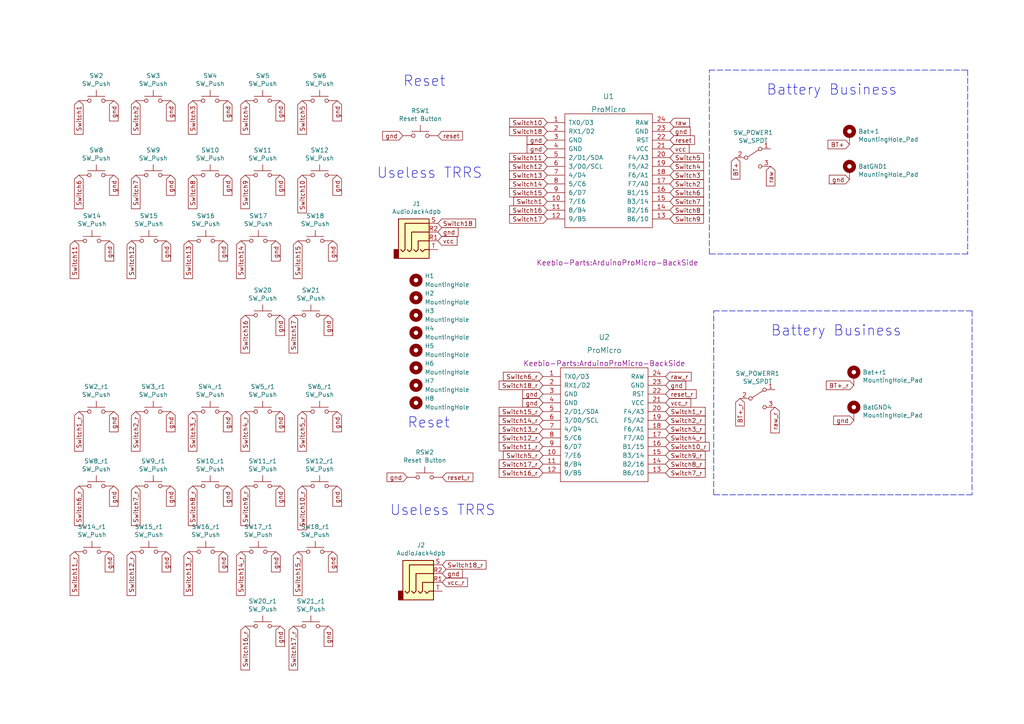
<source format=kicad_sch>
(kicad_sch (version 20211123) (generator eeschema)
  (paper "A4")
  (title_block (title "Sweep V2") (date "2021-03-10") (rev "0.1") (company "broomlabs"))
  (lib_symbols
    (symbol "Connector:AudioJack4"
      (property "Reference" "J" (at 0 8.89 0))
      (property "Value" "AudioJack4" (at 0 6.35 0))
      (symbol "AudioJack4_0_1"
        (rectangle (start -6.35 -5.08) (end -7.62 -7.62) (stroke (width 0.254)) (fill (type outline)))
        (polyline (pts (xy 0 -5.08) (xy 0.635 -5.715) (xy 1.27 -5.08) (xy 2.54 -5.08)) (stroke (width 0.254)))
        (polyline (pts (xy -5.715 -5.08) (xy -5.08 -5.715) (xy -4.445 -5.08) (xy -4.445 2.54) (xy 2.54 2.54)) (stroke (width 0.254)))
        (polyline (pts (xy -1.905 -5.08) (xy -1.27 -5.715) (xy -0.635 -5.08) (xy -0.635 -2.54) (xy 2.54 -2.54)) (stroke (width 0.254)))
        (polyline (pts (xy 2.54 0) (xy -2.54 0) (xy -2.54 -5.08) (xy -3.175 -5.715) (xy -3.81 -5.08)) (stroke (width 0.254)))
        (rectangle (start 2.54 3.81) (end -6.35 -7.62) (stroke (width 0.254)) (fill (type background)))
      )
      (symbol "AudioJack4_1_1"
        (pin passive line (at 5.08 -2.54 180) (length 2.54) (name "~") (number "R1"))
        (pin passive line (at 5.08 0 180) (length 2.54) (name "~") (number "R2"))
        (pin passive line (at 5.08 2.54 180) (length 2.54) (name "~") (number "S"))
        (pin passive line (at 5.08 -5.08 180) (length 2.54) (name "~") (number "T"))
      )
    )
    (symbol "Mechanical:MountingHole" (pin_names (offset 1.016))
      (property "Reference" "H" (at 0 5.08 0))
      (property "Value" "MountingHole" (at 0 3.175 0))
      (symbol "MountingHole_0_1"
        (circle (center 0 0) (radius 1.27) (stroke (width 1.27)))
      )
    )
    (symbol "Mechanical:MountingHole_Pad" (pin_numbers hide) (pin_names (offset 1.016) hide)
      (property "Reference" "H" (at 0 6.35 0))
      (property "Value" "MountingHole_Pad" (at 0 4.445 0))
      (symbol "MountingHole_Pad_0_1"
        (circle (center 0 1.27) (radius 1.27) (stroke (width 1.27)))
      )
      (symbol "MountingHole_Pad_1_1"
        (pin input line (at 0 -2.54 90) (length 2.54) (name "1") (number "1"))
      )
    )
    (symbol "Switch:SW_Push" (pin_numbers hide) (pin_names (offset 1.016) hide)
      (property "Reference" "SW" (at 1.27 2.54 0))
      (property "Value" "SW_Push" (at 0 -1.524 0))
      (symbol "SW_Push_0_1"
        (circle (center -2.032 0) (radius 0.508))
        (polyline (pts (xy 0 1.27) (xy 0 3.048)))
        (polyline (pts (xy 2.54 1.27) (xy -2.54 1.27)))
        (circle (center 2.032 0) (radius 0.508))
        (pin passive line (at -5.08 0 0) (length 2.54) (name "1") (number "1"))
        (pin passive line (at 5.08 0 180) (length 2.54) (name "2") (number "2"))
      )
    )
    (symbol "Switch:SW_SPDT" (pin_names (offset 0) hide)
      (property "Reference" "SW" (at 0 4.318 0))
      (property "Value" "SW_SPDT" (at 0 -5.08 0))
      (symbol "SW_SPDT_0_0"
        (circle (center -2.032 0) (radius 0.508))
        (circle (center 2.032 -2.54) (radius 0.508))
      )
      (symbol "SW_SPDT_0_1"
        (polyline (pts (xy -1.524 0.254) (xy 1.651 2.286)))
        (circle (center 2.032 2.54) (radius 0.508))
      )
      (symbol "SW_SPDT_1_1"
        (pin passive line (at 5.08 2.54 180) (length 2.54) (name "A") (number "1"))
        (pin passive line (at -5.08 0 0) (length 2.54) (name "B") (number "2"))
        (pin passive line (at 5.08 -2.54 180) (length 2.54) (name "C") (number "3"))
      )
    )
    (symbol "kbd:ProMicro" (pin_names (offset 1.016))
      (property "Reference" "U" (at 0 19.05 0))
      (property "Value" "ProMicro" (at 0 -19.05 0))
      (symbol "ProMicro_0_1"
        (rectangle (start -12.7 16.51) (end 12.7 -16.51))
      )
      (symbol "ProMicro_1_1"
        (pin bidirectional line (at -17.78 13.97 0) (length 5.08) (name "TX0/D3") (number "1"))
        (pin bidirectional line (at -17.78 -8.89 0) (length 5.08) (name "7/E6") (number "10"))
        (pin bidirectional line (at -17.78 -11.43 0) (length 5.08) (name "8/B4") (number "11"))
        (pin bidirectional line (at -17.78 -13.97 0) (length 5.08) (name "9/B5") (number "12"))
        (pin bidirectional line (at 17.78 -13.97 180) (length 5.08) (name "B6/10") (number "13"))
        (pin bidirectional line (at 17.78 -11.43 180) (length 5.08) (name "B2/16") (number "14"))
        (pin bidirectional line (at 17.78 -8.89 180) (length 5.08) (name "B3/14") (number "15"))
        (pin bidirectional line (at 17.78 -6.35 180) (length 5.08) (name "B1/15") (number "16"))
        (pin bidirectional line (at 17.78 -3.81 180) (length 5.08) (name "F7/A0") (number "17"))
        (pin bidirectional line (at 17.78 -1.27 180) (length 5.08) (name "F6/A1") (number "18"))
        (pin bidirectional line (at 17.78 1.27 180) (length 5.08) (name "F5/A2") (number "19"))
        (pin bidirectional line (at -17.78 11.43 0) (length 5.08) (name "RX1/D2") (number "2"))
        (pin bidirectional line (at 17.78 3.81 180) (length 5.08) (name "F4/A3") (number "20"))
        (pin power_in line (at 17.78 6.35 180) (length 5.08) (name "VCC") (number "21"))
        (pin input line (at 17.78 8.89 180) (length 5.08) (name "RST") (number "22"))
        (pin power_in line (at 17.78 11.43 180) (length 5.08) (name "GND") (number "23"))
        (pin power_out line (at 17.78 13.97 180) (length 5.08) (name "RAW") (number "24"))
        (pin power_in line (at -17.78 8.89 0) (length 5.08) (name "GND") (number "3"))
        (pin power_in line (at -17.78 6.35 0) (length 5.08) (name "GND") (number "4"))
        (pin bidirectional line (at -17.78 3.81 0) (length 5.08) (name "2/D1/SDA") (number "5"))
        (pin bidirectional line (at -17.78 1.27 0) (length 5.08) (name "3/D0/SCL") (number "6"))
        (pin bidirectional line (at -17.78 -1.27 0) (length 5.08) (name "4/D4") (number "7"))
        (pin bidirectional line (at -17.78 -3.81 0) (length 5.08) (name "5/C6") (number "8"))
        (pin bidirectional line (at -17.78 -6.35 0) (length 5.08) (name "6/D7") (number "9"))
      )
    )
  )
  (polyline (pts (xy 280.67 20.32) (xy 280.67 73.66)))
  (polyline (pts (xy 207.01 143.51) (xy 207.01 90.17)))
  (polyline (pts (xy 207.01 90.17) (xy 281.94 90.17)))
  (polyline (pts (xy 280.67 73.66) (xy 205.74 73.66)))
  (polyline (pts (xy 281.94 143.51) (xy 207.01 143.51)))
  (polyline (pts (xy 205.74 20.32) (xy 280.67 20.32)))
  (polyline (pts (xy 281.94 90.17) (xy 281.94 143.51)))
  (polyline (pts (xy 205.74 73.66) (xy 205.74 20.32)))
  (text "Battery Business" (at 223.52 97.79 0) (effects (font (size 2.9972 2.9972)) (justify left bottom)))
  (text "Useless TRRS\n" (at 113.03 149.86 0) (effects (font (size 2.9972 2.9972)) (justify left bottom)))
  (text "Reset" (at 118.11 124.46 0) (effects (font (size 2.9972 2.9972)) (justify left bottom)))
  (text "Reset" (at 116.84 25.4 0) (effects (font (size 2.9972 2.9972)) (justify left bottom)))
  (text "Useless TRRS\n" (at 109.22 52.07 0) (effects (font (size 2.9972 2.9972)) (justify left bottom)))
  (text "Battery Business" (at 222.25 27.94 0) (effects (font (size 2.9972 2.9972)) (justify left bottom)))
  (global_label "gnd" (shape input) (at 66.04 29.21 270) (property "Intersheet References" "${INTERSHEET_REFS}" (effects hide)))
  (global_label "gnd" (shape input) (at 95.25 181.61 270) (property "Intersheet References" "${INTERSHEET_REFS}" (effects hide)))
  (global_label "Switch9_r" (shape input) (at 71.12 140.97 270) (property "Intersheet References" "${INTERSHEET_REFS}" (effects hide)))
  (global_label "gnd" (shape input) (at 96.52 69.85 270) (property "Intersheet References" "${INTERSHEET_REFS}" (effects hide)))
  (global_label "Switch3" (shape input) (at 55.88 29.21 270) (property "Intersheet References" "${INTERSHEET_REFS}" (effects hide)))
  (global_label "Switch8" (shape input) (at 55.88 50.8 270) (property "Intersheet References" "${INTERSHEET_REFS}" (effects hide)))
  (global_label "gnd" (shape input) (at 116.84 39.37 180) (property "Intersheet References" "${INTERSHEET_REFS}" (effects hide)))
  (global_label "Switch10_r" (shape input) (at 87.63 140.97 270) (property "Intersheet References" "${INTERSHEET_REFS}" (effects hide)))
  (global_label "BT+_r" (shape input) (at 247.65 111.76 180) (property "Intersheet References" "${INTERSHEET_REFS}" (effects hide)))
  (global_label "gnd" (shape input) (at 81.28 181.61 270) (property "Intersheet References" "${INTERSHEET_REFS}" (effects hide)))
  (global_label "Switch18_r" (shape input) (at 157.48 111.76 180) (property "Intersheet References" "${INTERSHEET_REFS}" (effects hide)))
  (global_label "gnd" (shape input) (at 49.53 50.8 270) (property "Intersheet References" "${INTERSHEET_REFS}" (effects hide)))
  (global_label "Switch11" (shape input) (at 158.75 45.72 180) (property "Intersheet References" "${INTERSHEET_REFS}" (effects hide)))
  (global_label "gnd" (shape input) (at 81.28 29.21 270) (property "Intersheet References" "${INTERSHEET_REFS}" (effects hide)))
  (global_label "Switch9" (shape input) (at 194.31 63.5 0) (property "Intersheet References" "${INTERSHEET_REFS}" (effects hide)))
  (global_label "BT+" (shape input) (at 246.38 41.91 180) (property "Intersheet References" "${INTERSHEET_REFS}" (effects hide)))
  (global_label "gnd" (shape input) (at 128.27 166.37 0) (property "Intersheet References" "${INTERSHEET_REFS}" (effects hide)))
  (global_label "Switch15_r" (shape input) (at 157.48 119.38 180) (property "Intersheet References" "${INTERSHEET_REFS}" (effects hide)))
  (global_label "Switch3" (shape input) (at 194.31 50.8 0) (property "Intersheet References" "${INTERSHEET_REFS}" (effects hide)))
  (global_label "Switch10_r" (shape input) (at 193.04 129.54 0) (property "Intersheet References" "${INTERSHEET_REFS}" (effects hide)))
  (global_label "Switch14_r" (shape input) (at 69.85 160.02 270) (property "Intersheet References" "${INTERSHEET_REFS}" (effects hide)))
  (global_label "Switch4_r" (shape input) (at 71.12 119.38 270) (property "Intersheet References" "${INTERSHEET_REFS}" (effects hide)))
  (global_label "gnd" (shape input) (at 157.48 116.84 180) (property "Intersheet References" "${INTERSHEET_REFS}" (effects hide)))
  (global_label "Switch8_r" (shape input) (at 55.88 140.97 270) (property "Intersheet References" "${INTERSHEET_REFS}" (effects hide)))
  (global_label "BT+" (shape input) (at 213.36 45.72 270) (property "Intersheet References" "${INTERSHEET_REFS}" (effects hide)))
  (global_label "Switch14_r" (shape input) (at 157.48 121.92 180) (property "Intersheet References" "${INTERSHEET_REFS}" (effects hide)))
  (global_label "Switch6" (shape input) (at 194.31 55.88 0) (property "Intersheet References" "${INTERSHEET_REFS}" (effects hide)))
  (global_label "Switch14" (shape input) (at 69.85 69.85 270) (property "Intersheet References" "${INTERSHEET_REFS}" (effects hide)))
  (global_label "gnd" (shape input) (at 158.75 43.18 180) (property "Intersheet References" "${INTERSHEET_REFS}" (effects hide)))
  (global_label "Switch16" (shape input) (at 158.75 60.96 180) (property "Intersheet References" "${INTERSHEET_REFS}" (effects hide)))
  (global_label "gnd" (shape input) (at 81.28 50.8 270) (property "Intersheet References" "${INTERSHEET_REFS}" (effects hide)))
  (global_label "raw_r" (shape input) (at 193.04 109.22 0) (property "Intersheet References" "${INTERSHEET_REFS}" (effects hide)))
  (global_label "Switch5_r" (shape input) (at 157.48 132.08 180) (property "Intersheet References" "${INTERSHEET_REFS}" (effects hide)))
  (global_label "Switch18" (shape input) (at 127 64.77 0) (property "Intersheet References" "${INTERSHEET_REFS}" (effects hide)))
  (global_label "Switch11" (shape input) (at 21.59 69.85 270) (property "Intersheet References" "${INTERSHEET_REFS}" (effects hide)))
  (global_label "Switch7_r" (shape input) (at 39.37 140.97 270) (property "Intersheet References" "${INTERSHEET_REFS}" (effects hide)))
  (global_label "Switch7" (shape input) (at 194.31 58.42 0) (property "Intersheet References" "${INTERSHEET_REFS}" (effects hide)))
  (global_label "Switch15_r" (shape input) (at 86.36 160.02 270) (property "Intersheet References" "${INTERSHEET_REFS}" (effects hide)))
  (global_label "Switch6" (shape input) (at 22.86 50.8 270) (property "Intersheet References" "${INTERSHEET_REFS}" (effects hide)))
  (global_label "Switch1_r" (shape input) (at 193.04 119.38 0) (property "Intersheet References" "${INTERSHEET_REFS}" (effects hide)))
  (global_label "gnd" (shape input) (at 95.25 91.44 270) (property "Intersheet References" "${INTERSHEET_REFS}" (effects hide)))
  (global_label "gnd" (shape input) (at 48.26 160.02 270) (property "Intersheet References" "${INTERSHEET_REFS}" (effects hide)))
  (global_label "reset_r" (shape input) (at 128.27 138.43 0) (property "Intersheet References" "${INTERSHEET_REFS}" (effects hide)))
  (global_label "Switch2" (shape input) (at 194.31 53.34 0) (property "Intersheet References" "${INTERSHEET_REFS}" (effects hide)))
  (global_label "Switch7" (shape input) (at 39.37 50.8 270) (property "Intersheet References" "${INTERSHEET_REFS}" (effects hide)))
  (global_label "gnd" (shape input) (at 158.75 40.64 180) (property "Intersheet References" "${INTERSHEET_REFS}" (effects hide)))
  (global_label "Switch17_r" (shape input) (at 85.09 181.61 270) (property "Intersheet References" "${INTERSHEET_REFS}" (effects hide)))
  (global_label "Switch10" (shape input) (at 87.63 50.8 270) (property "Intersheet References" "${INTERSHEET_REFS}" (effects hide)))
  (global_label "gnd" (shape input) (at 247.65 121.92 180) (property "Intersheet References" "${INTERSHEET_REFS}" (effects hide)))
  (global_label "reset" (shape input) (at 127 39.37 0) (property "Intersheet References" "${INTERSHEET_REFS}" (effects hide)))
  (global_label "Switch4_r" (shape input) (at 193.04 127 0) (property "Intersheet References" "${INTERSHEET_REFS}" (effects hide)))
  (global_label "reset_r" (shape input) (at 193.04 114.3 0) (property "Intersheet References" "${INTERSHEET_REFS}" (effects hide)))
  (global_label "Switch2_r" (shape input) (at 39.37 119.38 270) (property "Intersheet References" "${INTERSHEET_REFS}" (effects hide)))
  (global_label "Switch13" (shape input) (at 54.61 69.85 270) (property "Intersheet References" "${INTERSHEET_REFS}" (effects hide)))
  (global_label "Switch12_r" (shape input) (at 157.48 127 180) (property "Intersheet References" "${INTERSHEET_REFS}" (effects hide)))
  (global_label "gnd" (shape input) (at 193.04 111.76 0) (property "Intersheet References" "${INTERSHEET_REFS}" (effects hide)))
  (global_label "gnd" (shape input) (at 97.79 29.21 270) (property "Intersheet References" "${INTERSHEET_REFS}" (effects hide)))
  (global_label "Switch16_r" (shape input) (at 71.12 181.61 270) (property "Intersheet References" "${INTERSHEET_REFS}" (effects hide)))
  (global_label "Switch18_r" (shape input) (at 128.27 163.83 0) (property "Intersheet References" "${INTERSHEET_REFS}" (effects hide)))
  (global_label "gnd" (shape input) (at 81.28 140.97 270) (property "Intersheet References" "${INTERSHEET_REFS}" (effects hide)))
  (global_label "gnd" (shape input) (at 49.53 140.97 270) (property "Intersheet References" "${INTERSHEET_REFS}" (effects hide)))
  (global_label "gnd" (shape input) (at 80.01 160.02 270) (property "Intersheet References" "${INTERSHEET_REFS}" (effects hide)))
  (global_label "gnd" (shape input) (at 118.11 138.43 180) (property "Intersheet References" "${INTERSHEET_REFS}" (effects hide)))
  (global_label "Switch8_r" (shape input) (at 193.04 134.62 0) (property "Intersheet References" "${INTERSHEET_REFS}" (effects hide)))
  (global_label "gnd" (shape input) (at 49.53 29.21 270) (property "Intersheet References" "${INTERSHEET_REFS}" (effects hide)))
  (global_label "Switch1" (shape input) (at 22.86 29.21 270) (property "Intersheet References" "${INTERSHEET_REFS}" (effects hide)))
  (global_label "vcc" (shape input) (at 127 69.85 0) (property "Intersheet References" "${INTERSHEET_REFS}" (effects hide)))
  (global_label "vcc_r" (shape input) (at 128.27 168.91 0) (property "Intersheet References" "${INTERSHEET_REFS}" (effects hide)))
  (global_label "raw_r" (shape input) (at 224.79 118.11 270) (property "Intersheet References" "${INTERSHEET_REFS}" (effects hide)))
  (global_label "gnd" (shape input) (at 66.04 119.38 270) (property "Intersheet References" "${INTERSHEET_REFS}" (effects hide)))
  (global_label "gnd" (shape input) (at 31.75 69.85 270) (property "Intersheet References" "${INTERSHEET_REFS}" (effects hide)))
  (global_label "gnd" (shape input) (at 96.52 160.02 270) (property "Intersheet References" "${INTERSHEET_REFS}" (effects hide)))
  (global_label "Switch12" (shape input) (at 38.1 69.85 270) (property "Intersheet References" "${INTERSHEET_REFS}" (effects hide)))
  (global_label "Switch11_r" (shape input) (at 21.59 160.02 270) (property "Intersheet References" "${INTERSHEET_REFS}" (effects hide)))
  (global_label "Switch2" (shape input) (at 39.37 29.21 270) (property "Intersheet References" "${INTERSHEET_REFS}" (effects hide)))
  (global_label "Switch8" (shape input) (at 194.31 60.96 0) (property "Intersheet References" "${INTERSHEET_REFS}" (effects hide)))
  (global_label "gnd" (shape input) (at 157.48 114.3 180) (property "Intersheet References" "${INTERSHEET_REFS}" (effects hide)))
  (global_label "gnd" (shape input) (at 97.79 140.97 270) (property "Intersheet References" "${INTERSHEET_REFS}" (effects hide)))
  (global_label "Switch5" (shape input) (at 194.31 45.72 0) (property "Intersheet References" "${INTERSHEET_REFS}" (effects hide)))
  (global_label "Switch7_r" (shape input) (at 193.04 137.16 0) (property "Intersheet References" "${INTERSHEET_REFS}" (effects hide)))
  (global_label "gnd" (shape input) (at 33.02 119.38 270) (property "Intersheet References" "${INTERSHEET_REFS}" (effects hide)))
  (global_label "gnd" (shape input) (at 33.02 29.21 270) (property "Intersheet References" "${INTERSHEET_REFS}" (effects hide)))
  (global_label "Switch17" (shape input) (at 85.09 91.44 270) (property "Intersheet References" "${INTERSHEET_REFS}" (effects hide)))
  (global_label "Switch3_r" (shape input) (at 55.88 119.38 270) (property "Intersheet References" "${INTERSHEET_REFS}" (effects hide)))
  (global_label "Switch18" (shape input) (at 158.75 38.1 180) (property "Intersheet References" "${INTERSHEET_REFS}" (effects hide)))
  (global_label "reset" (shape input) (at 194.31 40.64 0) (property "Intersheet References" "${INTERSHEET_REFS}" (effects hide)))
  (global_label "Switch11_r" (shape input) (at 157.48 129.54 180) (property "Intersheet References" "${INTERSHEET_REFS}" (effects hide)))
  (global_label "Switch15" (shape input) (at 86.36 69.85 270) (property "Intersheet References" "${INTERSHEET_REFS}" (effects hide)))
  (global_label "gnd" (shape input) (at 97.79 119.38 270) (property "Intersheet References" "${INTERSHEET_REFS}" (effects hide)))
  (global_label "Switch4" (shape input) (at 194.31 48.26 0) (property "Intersheet References" "${INTERSHEET_REFS}" (effects hide)))
  (global_label "Switch5" (shape input) (at 87.63 29.21 270) (property "Intersheet References" "${INTERSHEET_REFS}" (effects hide)))
  (global_label "gnd" (shape input) (at 127 67.31 0) (property "Intersheet References" "${INTERSHEET_REFS}" (effects hide)))
  (global_label "vcc" (shape input) (at 194.31 43.18 0) (property "Intersheet References" "${INTERSHEET_REFS}" (effects hide)))
  (global_label "gnd" (shape input) (at 64.77 69.85 270) (property "Intersheet References" "${INTERSHEET_REFS}" (effects hide)))
  (global_label "gnd" (shape input) (at 66.04 50.8 270) (property "Intersheet References" "${INTERSHEET_REFS}" (effects hide)))
  (global_label "raw" (shape input) (at 223.52 48.26 270) (property "Intersheet References" "${INTERSHEET_REFS}" (effects hide)))
  (global_label "gnd" (shape input) (at 49.53 119.38 270) (property "Intersheet References" "${INTERSHEET_REFS}" (effects hide)))
  (global_label "Switch17_r" (shape input) (at 157.48 134.62 180) (property "Intersheet References" "${INTERSHEET_REFS}" (effects hide)))
  (global_label "gnd" (shape input) (at 80.01 69.85 270) (property "Intersheet References" "${INTERSHEET_REFS}" (effects hide)))
  (global_label "Switch9" (shape input) (at 71.12 50.8 270) (property "Intersheet References" "${INTERSHEET_REFS}" (effects hide)))
  (global_label "gnd" (shape input) (at 246.38 52.07 180) (property "Intersheet References" "${INTERSHEET_REFS}" (effects hide)))
  (global_label "gnd" (shape input) (at 81.28 91.44 270) (property "Intersheet References" "${INTERSHEET_REFS}" (effects hide)))
  (global_label "gnd" (shape input) (at 48.26 69.85 270) (property "Intersheet References" "${INTERSHEET_REFS}" (effects hide)))
  (global_label "Switch16_r" (shape input) (at 157.48 137.16 180) (property "Intersheet References" "${INTERSHEET_REFS}" (effects hide)))
  (global_label "Switch1" (shape input) (at 158.75 58.42 180) (property "Intersheet References" "${INTERSHEET_REFS}" (effects hide)))
  (global_label "gnd" (shape input) (at 194.31 38.1 0) (property "Intersheet References" "${INTERSHEET_REFS}" (effects hide)))
  (global_label "BT+_r" (shape input) (at 214.63 115.57 270) (property "Intersheet References" "${INTERSHEET_REFS}" (effects hide)))
  (global_label "gnd" (shape input) (at 33.02 50.8 270) (property "Intersheet References" "${INTERSHEET_REFS}" (effects hide)))
  (global_label "Switch9_r" (shape input) (at 193.04 132.08 0) (property "Intersheet References" "${INTERSHEET_REFS}" (effects hide)))
  (global_label "Switch4" (shape input) (at 71.12 29.21 270) (property "Intersheet References" "${INTERSHEET_REFS}" (effects hide)))
  (global_label "Switch12" (shape input) (at 158.75 48.26 180) (property "Intersheet References" "${INTERSHEET_REFS}" (effects hide)))
  (global_label "Switch13" (shape input) (at 158.75 50.8 180) (property "Intersheet References" "${INTERSHEET_REFS}" (effects hide)))
  (global_label "Switch15" (shape input) (at 158.75 55.88 180) (property "Intersheet References" "${INTERSHEET_REFS}" (effects hide)))
  (global_label "Switch14" (shape input) (at 158.75 53.34 180) (property "Intersheet References" "${INTERSHEET_REFS}" (effects hide)))
  (global_label "gnd" (shape input) (at 81.28 119.38 270) (property "Intersheet References" "${INTERSHEET_REFS}" (effects hide)))
  (global_label "Switch6_r" (shape input) (at 157.48 109.22 180) (property "Intersheet References" "${INTERSHEET_REFS}" (effects hide)))
  (global_label "gnd" (shape input) (at 66.04 140.97 270) (property "Intersheet References" "${INTERSHEET_REFS}" (effects hide)))
  (global_label "gnd" (shape input) (at 64.77 160.02 270) (property "Intersheet References" "${INTERSHEET_REFS}" (effects hide)))
  (global_label "Switch5_r" (shape input) (at 87.63 119.38 270) (property "Intersheet References" "${INTERSHEET_REFS}" (effects hide)))
  (global_label "Switch6_r" (shape input) (at 22.86 140.97 270) (property "Intersheet References" "${INTERSHEET_REFS}" (effects hide)))
  (global_label "Switch3_r" (shape input) (at 193.04 124.46 0) (property "Intersheet References" "${INTERSHEET_REFS}" (effects hide)))
  (global_label "Switch12_r" (shape input) (at 38.1 160.02 270) (property "Intersheet References" "${INTERSHEET_REFS}" (effects hide)))
  (global_label "Switch1_r" (shape input) (at 22.86 119.38 270) (property "Intersheet References" "${INTERSHEET_REFS}" (effects hide)))
  (global_label "Switch2_r" (shape input) (at 193.04 121.92 0) (property "Intersheet References" "${INTERSHEET_REFS}" (effects hide)))
  (global_label "Switch13_r" (shape input) (at 54.61 160.02 270) (property "Intersheet References" "${INTERSHEET_REFS}" (effects hide)))
  (global_label "gnd" (shape input) (at 33.02 140.97 270) (property "Intersheet References" "${INTERSHEET_REFS}" (effects hide)))
  (global_label "gnd" (shape input) (at 97.79 50.8 270) (property "Intersheet References" "${INTERSHEET_REFS}" (effects hide)))
  (global_label "gnd" (shape input) (at 31.75 160.02 270) (property "Intersheet References" "${INTERSHEET_REFS}" (effects hide)))
  (global_label "raw" (shape input) (at 194.31 35.56 0) (property "Intersheet References" "${INTERSHEET_REFS}" (effects hide)))
  (global_label "Switch17" (shape input) (at 158.75 63.5 180) (property "Intersheet References" "${INTERSHEET_REFS}" (effects hide)))
  (global_label "Switch13_r" (shape input) (at 157.48 124.46 180) (property "Intersheet References" "${INTERSHEET_REFS}" (effects hide)))
  (global_label "Switch10" (shape input) (at 158.75 35.56 180) (property "Intersheet References" "${INTERSHEET_REFS}" (effects hide)))
  (global_label "vcc_r" (shape input) (at 193.04 116.84 0) (property "Intersheet References" "${INTERSHEET_REFS}" (effects hide)))
  (global_label "Switch16" (shape input) (at 71.12 91.44 270) (property "Intersheet References" "${INTERSHEET_REFS}" (effects hide)))
  (symbol (lib_id "Mechanical:MountingHole_Pad") (at 246.38 39.37 0) (unit 1)
    (property "Reference" "Bat+1" (at 248.92 38.1254 0) (effects (justify left)))
    (property "Value" "MountingHole_Pad" (at 248.92 40.4368 0) (effects (justify left)))
    (property "Footprint" "Connector_Pin:Pin_D1.0mm_L10.0mm_LooseFit" (effects hide))
  )
  (symbol (lib_id "Mechanical:MountingHole_Pad") (at 246.38 49.53 0) (unit 1)
    (property "Reference" "BatGND1" (at 248.92 48.2854 0) (effects (justify left)))
    (property "Value" "MountingHole_Pad" (at 248.92 50.5968 0) (effects (justify left)))
    (property "Footprint" "Connector_Pin:Pin_D1.0mm_L10.0mm_LooseFit" (effects hide))
  )
  (symbol (lib_id "Switch:SW_Push") (at 27.94 29.21 0) (unit 1)
    (property "Reference" "SW2" (at 27.94 21.971 0))
    (property "Value" "SW_Push" (at 27.94 24.2824 0))
    (property "Footprint" "Switch_Keyboard_Kailh:SW_Kailh_Choc_V1" (effects hide))
  )
  (symbol (lib_id "Switch:SW_Push") (at 44.45 29.21 0) (unit 1)
    (property "Reference" "SW3" (at 44.45 21.971 0))
    (property "Value" "SW_Push" (at 44.45 24.2824 0))
    (property "Footprint" "Switch_Keyboard_Kailh:SW_Kailh_Choc_V1" (effects hide))
  )
  (symbol (lib_id "Switch:SW_Push") (at 60.96 29.21 0) (unit 1)
    (property "Reference" "SW4" (at 60.96 21.971 0))
    (property "Value" "SW_Push" (at 60.96 24.2824 0))
    (property "Footprint" "Switch_Keyboard_Kailh:SW_Kailh_Choc_V1" (effects hide))
  )
  (symbol (lib_id "Switch:SW_Push") (at 76.2 29.21 0) (unit 1)
    (property "Reference" "SW5" (at 76.2 21.971 0))
    (property "Value" "SW_Push" (at 76.2 24.2824 0))
    (property "Footprint" "Switch_Keyboard_Kailh:SW_Kailh_Choc_V1" (effects hide))
  )
  (symbol (lib_id "Switch:SW_Push") (at 92.71 29.21 0) (unit 1)
    (property "Reference" "SW6" (at 92.71 21.971 0))
    (property "Value" "SW_Push" (at 92.71 24.2824 0))
    (property "Footprint" "Switch_Keyboard_Kailh:SW_Kailh_Choc_V1" (effects hide))
  )
  (symbol (lib_id "Switch:SW_Push") (at 76.2 91.44 0) (unit 1)
    (property "Reference" "SW20" (at 76.2 84.201 0))
    (property "Value" "SW_Push" (at 76.2 86.5124 0))
    (property "Footprint" "Switch_Keyboard_Kailh:SW_Kailh_Choc_V1" (effects hide))
  )
  (symbol (lib_id "Switch:SW_Push") (at 90.17 91.44 0) (unit 1)
    (property "Reference" "SW21" (at 90.17 84.201 0))
    (property "Value" "SW_Push" (at 90.17 86.5124 0))
    (property "Footprint" "Switch_Keyboard_Kailh:SW_Kailh_Choc_V1" (effects hide))
  )
  (symbol (lib_id "Switch:SW_Push") (at 27.94 50.8 0) (unit 1)
    (property "Reference" "SW8" (at 27.94 43.561 0))
    (property "Value" "SW_Push" (at 27.94 45.8724 0))
    (property "Footprint" "Switch_Keyboard_Kailh:SW_Kailh_Choc_V1" (effects hide))
  )
  (symbol (lib_id "Switch:SW_Push") (at 44.45 50.8 0) (unit 1)
    (property "Reference" "SW9" (at 44.45 43.561 0))
    (property "Value" "SW_Push" (at 44.45 45.8724 0))
    (property "Footprint" "Switch_Keyboard_Kailh:SW_Kailh_Choc_V1" (effects hide))
  )
  (symbol (lib_id "Switch:SW_Push") (at 60.96 50.8 0) (unit 1)
    (property "Reference" "SW10" (at 60.96 43.561 0))
    (property "Value" "SW_Push" (at 60.96 45.8724 0))
    (property "Footprint" "Switch_Keyboard_Kailh:SW_Kailh_Choc_V1" (effects hide))
  )
  (symbol (lib_id "Switch:SW_Push") (at 76.2 50.8 0) (unit 1)
    (property "Reference" "SW11" (at 76.2 43.561 0))
    (property "Value" "SW_Push" (at 76.2 45.8724 0))
    (property "Footprint" "Switch_Keyboard_Kailh:SW_Kailh_Choc_V1" (effects hide))
  )
  (symbol (lib_id "Switch:SW_Push") (at 92.71 50.8 0) (unit 1)
    (property "Reference" "SW12" (at 92.71 43.561 0))
    (property "Value" "SW_Push" (at 92.71 45.8724 0))
    (property "Footprint" "Switch_Keyboard_Kailh:SW_Kailh_Choc_V1" (effects hide))
  )
  (symbol (lib_id "Switch:SW_Push") (at 26.67 69.85 0) (unit 1)
    (property "Reference" "SW14" (at 26.67 62.611 0))
    (property "Value" "SW_Push" (at 26.67 64.9224 0))
    (property "Footprint" "Switch_Keyboard_Kailh:SW_Kailh_Choc_V1" (effects hide))
  )
  (symbol (lib_id "Switch:SW_Push") (at 43.18 69.85 0) (unit 1)
    (property "Reference" "SW15" (at 43.18 62.611 0))
    (property "Value" "SW_Push" (at 43.18 64.9224 0))
    (property "Footprint" "Switch_Keyboard_Kailh:SW_Kailh_Choc_V1" (effects hide))
  )
  (symbol (lib_id "Switch:SW_Push") (at 59.69 69.85 0) (unit 1)
    (property "Reference" "SW16" (at 59.69 62.611 0))
    (property "Value" "SW_Push" (at 59.69 64.9224 0))
    (property "Footprint" "Switch_Keyboard_Kailh:SW_Kailh_Choc_V1" (effects hide))
  )
  (symbol (lib_id "Switch:SW_Push") (at 74.93 69.85 0) (unit 1)
    (property "Reference" "SW17" (at 74.93 62.611 0))
    (property "Value" "SW_Push" (at 74.93 64.9224 0))
    (property "Footprint" "Switch_Keyboard_Kailh:SW_Kailh_Choc_V1" (effects hide))
  )
  (symbol (lib_id "Switch:SW_Push") (at 91.44 69.85 0) (unit 1)
    (property "Reference" "SW18" (at 91.44 62.611 0))
    (property "Value" "SW_Push" (at 91.44 64.9224 0))
    (property "Footprint" "Switch_Keyboard_Kailh:SW_Kailh_Choc_V1" (effects hide))
  )
  (symbol (lib_id "Switch:SW_Push") (at 121.92 39.37 0) (unit 1)
    (property "Reference" "RSW1" (at 121.92 32.131 0))
    (property "Value" "Reset Button" (at 121.92 34.4424 0))
    (property "Footprint" "Button_Switch_SMD:SW_Push_SPST_NO_Alps_SKRK" (effects hide))
  )
  (symbol (lib_id "Switch:SW_SPDT") (at 218.44 45.72 0) (unit 1)
    (property "Reference" "SW_POWER1" (at 218.44 38.481 0))
    (property "Value" "SW_SPDT" (at 218.44 40.7924 0))
    (property "Footprint" "Button_Switch_SMD:SW_SPDT_PCM12" (effects hide))
  )
  (symbol (lib_id "Connector:AudioJack4") (at 121.92 67.31 0) (unit 1)
    (property "Reference" "J1" (at 120.8278 59.055 0))
    (property "Value" "AudioJack4dpb" (at 120.8278 61.3664 0))
    (property "Footprint" "env_extra:PJ-320A" (effects hide))
  )
  (symbol (lib_id "Switch:SW_Push") (at 27.94 119.38 0) (unit 1)
    (property "Reference" "SW2_r1" (at 27.94 112.141 0))
    (property "Value" "SW_Push" (at 27.94 114.4524 0))
    (property "Footprint" "Switch_Keyboard_Kailh:SW_Kailh_Choc_V1" (effects hide))
  )
  (symbol (lib_id "Switch:SW_Push") (at 44.45 119.38 0) (unit 1)
    (property "Reference" "SW3_r1" (at 44.45 112.141 0))
    (property "Value" "SW_Push" (at 44.45 114.4524 0))
    (property "Footprint" "Switch_Keyboard_Kailh:SW_Kailh_Choc_V1" (effects hide))
  )
  (symbol (lib_id "Switch:SW_Push") (at 60.96 119.38 0) (unit 1)
    (property "Reference" "SW4_r1" (at 60.96 112.141 0))
    (property "Value" "SW_Push" (at 60.96 114.4524 0))
    (property "Footprint" "Switch_Keyboard_Kailh:SW_Kailh_Choc_V1" (effects hide))
  )
  (symbol (lib_id "Switch:SW_Push") (at 76.2 119.38 0) (unit 1)
    (property "Reference" "SW5_r1" (at 76.2 112.141 0))
    (property "Value" "SW_Push" (at 76.2 114.4524 0))
    (property "Footprint" "Switch_Keyboard_Kailh:SW_Kailh_Choc_V1" (effects hide))
  )
  (symbol (lib_id "Switch:SW_Push") (at 92.71 119.38 0) (unit 1)
    (property "Reference" "SW6_r1" (at 92.71 112.141 0))
    (property "Value" "SW_Push" (at 92.71 114.4524 0))
    (property "Footprint" "Switch_Keyboard_Kailh:SW_Kailh_Choc_V1" (effects hide))
  )
  (symbol (lib_id "Switch:SW_Push") (at 76.2 181.61 0) (unit 1)
    (property "Reference" "SW20_r1" (at 76.2 174.371 0))
    (property "Value" "SW_Push" (at 76.2 176.6824 0))
    (property "Footprint" "Switch_Keyboard_Kailh:SW_Kailh_Choc_V1" (effects hide))
  )
  (symbol (lib_id "Switch:SW_Push") (at 90.17 181.61 0) (unit 1)
    (property "Reference" "SW21_r1" (at 90.17 174.371 0))
    (property "Value" "SW_Push" (at 90.17 176.6824 0))
    (property "Footprint" "Switch_Keyboard_Kailh:SW_Kailh_Choc_V1" (effects hide))
  )
  (symbol (lib_id "Switch:SW_Push") (at 27.94 140.97 0) (unit 1)
    (property "Reference" "SW8_r1" (at 27.94 133.731 0))
    (property "Value" "SW_Push" (at 27.94 136.0424 0))
    (property "Footprint" "Switch_Keyboard_Kailh:SW_Kailh_Choc_V1" (effects hide))
  )
  (symbol (lib_id "Switch:SW_Push") (at 44.45 140.97 0) (unit 1)
    (property "Reference" "SW9_r1" (at 44.45 133.731 0))
    (property "Value" "SW_Push" (at 44.45 136.0424 0))
    (property "Footprint" "Switch_Keyboard_Kailh:SW_Kailh_Choc_V1" (effects hide))
  )
  (symbol (lib_id "Switch:SW_Push") (at 60.96 140.97 0) (unit 1)
    (property "Reference" "SW10_r1" (at 60.96 133.731 0))
    (property "Value" "SW_Push" (at 60.96 136.0424 0))
    (property "Footprint" "Switch_Keyboard_Kailh:SW_Kailh_Choc_V1" (effects hide))
  )
  (symbol (lib_id "Switch:SW_Push") (at 92.71 140.97 0) (unit 1)
    (property "Reference" "SW12_r1" (at 92.71 133.731 0))
    (property "Value" "SW_Push" (at 92.71 136.0424 0))
    (property "Footprint" "Switch_Keyboard_Kailh:SW_Kailh_Choc_V1" (effects hide))
  )
  (symbol (lib_id "Switch:SW_Push") (at 26.67 160.02 0) (unit 1)
    (property "Reference" "SW14_r1" (at 26.67 152.781 0))
    (property "Value" "SW_Push" (at 26.67 155.0924 0))
    (property "Footprint" "Switch_Keyboard_Kailh:SW_Kailh_Choc_V1" (effects hide))
  )
  (symbol (lib_id "Switch:SW_Push") (at 43.18 160.02 0) (unit 1)
    (property "Reference" "SW15_r1" (at 43.18 152.781 0))
    (property "Value" "SW_Push" (at 43.18 155.0924 0))
    (property "Footprint" "Switch_Keyboard_Kailh:SW_Kailh_Choc_V1" (effects hide))
  )
  (symbol (lib_id "Switch:SW_Push") (at 74.93 160.02 0) (unit 1)
    (property "Reference" "SW17_r1" (at 74.93 152.781 0))
    (property "Value" "SW_Push" (at 74.93 155.0924 0))
    (property "Footprint" "Switch_Keyboard_Kailh:SW_Kailh_Choc_V1" (effects hide))
  )
  (symbol (lib_id "Switch:SW_Push") (at 91.44 160.02 0) (unit 1)
    (property "Reference" "SW18_r1" (at 91.44 152.781 0))
    (property "Value" "SW_Push" (at 91.44 155.0924 0))
    (property "Footprint" "Switch_Keyboard_Kailh:SW_Kailh_Choc_V1" (effects hide))
  )
  (symbol (lib_id "Switch:SW_Push") (at 123.19 138.43 0) (unit 1)
    (property "Reference" "RSW2" (at 123.19 131.191 0))
    (property "Value" "Reset Button" (at 123.19 133.5024 0))
    (property "Footprint" "Button_Switch_SMD:SW_Push_SPST_NO_Alps_SKRK" (effects hide))
  )
  (symbol (lib_id "Connector:AudioJack4") (at 123.19 166.37 0) (unit 1)
    (property "Reference" "J2" (at 122.0978 158.115 0))
    (property "Value" "AudioJack4dpb" (at 122.0978 160.4264 0))
    (property "Footprint" "env_extra:PJ-320A" (effects hide))
  )
  (symbol (lib_id "Switch:SW_SPDT") (at 219.71 115.57 0) (unit 1)
    (property "Reference" "SW_POWERR1" (at 219.71 108.331 0))
    (property "Value" "SW_SPDT" (at 219.71 110.6424 0))
    (property "Footprint" "Button_Switch_SMD:SW_SPDT_PCM12" (effects hide))
  )
  (symbol (lib_id "Mechanical:MountingHole_Pad") (at 247.65 109.22 0) (unit 1)
    (property "Reference" "Bat+r1" (at 250.19 107.9754 0) (effects (justify left)))
    (property "Value" "MountingHole_Pad" (at 250.19 110.2868 0) (effects (justify left)))
    (property "Footprint" "Connector_Pin:Pin_D1.0mm_L10.0mm_LooseFit" (effects hide))
  )
  (symbol (lib_id "Mechanical:MountingHole_Pad") (at 247.65 119.38 0) (unit 1)
    (property "Reference" "BatGND4" (at 250.19 118.1354 0) (effects (justify left)))
    (property "Value" "MountingHole_Pad" (at 250.19 120.4468 0) (effects (justify left)))
    (property "Footprint" "Connector_Pin:Pin_D1.0mm_L10.0mm_LooseFit" (effects hide))
  )
  (symbol (lib_id "Mechanical:MountingHole") (at 120.65 111.76 0) (unit 1)
    (property "Reference" "H7" (at 123.19 110.4899 0) (effects (justify left)))
    (property "Value" "MountingHole" (at 123.19 113.0299 0) (effects (justify left)))
    (property "Footprint" "MountingHole:MountingHole_3.2mm_M3" (effects hide))
  )
  (symbol (lib_id "Mechanical:MountingHole") (at 120.65 86.36 0) (unit 1)
    (property "Reference" "H2" (at 123.19 85.0899 0) (effects (justify left)))
    (property "Value" "MountingHole" (at 123.19 87.6299 0) (effects (justify left)))
    (property "Footprint" "MountingHole:MountingHole_3.2mm_M3" (effects hide))
  )
  (symbol (lib_id "Mechanical:MountingHole") (at 120.65 116.84 0) (unit 1)
    (property "Reference" "H8" (at 123.19 115.5699 0) (effects (justify left)))
    (property "Value" "MountingHole" (at 123.19 118.1099 0) (effects (justify left)))
    (property "Footprint" "MountingHole:MountingHole_3.2mm_M3" (effects hide))
  )
  (symbol (lib_id "Switch:SW_Push") (at 59.69 160.02 0) (unit 1)
    (property "Reference" "SW16_r1" (at 59.69 152.781 0))
    (property "Value" "SW_Push" (at 59.69 155.0924 0))
    (property "Footprint" "Switch_Keyboard_Kailh:SW_Kailh_Choc_V1" (effects hide))
  )
  (symbol (lib_id "kbd:ProMicro") (at 176.53 49.53 0) (unit 1)
    (property "Reference" "U1" (at 176.53 27.94 0) (effects (font (size 1.524 1.524))))
    (property "Value" "ProMicro" (at 176.53 31.75 0) (effects (font (size 1.524 1.524))))
    (property "Footprint" "Keebio-Parts:ArduinoProMicro-BackSide" (at 179.07 76.2 0) (effects (font (size 1.524 1.524))))
  )
  (symbol (lib_id "Switch:SW_Push") (at 76.2 140.97 0) (unit 1)
    (property "Reference" "SW11_r1" (at 76.2 133.731 0))
    (property "Value" "SW_Push" (at 76.2 136.0424 0))
    (property "Footprint" "Switch_Keyboard_Kailh:SW_Kailh_Choc_V1" (effects hide))
  )
  (symbol (lib_id "Mechanical:MountingHole") (at 120.65 81.28 0) (unit 1)
    (property "Reference" "H1" (at 123.19 80.0099 0) (effects (justify left)))
    (property "Value" "MountingHole" (at 123.19 82.5499 0) (effects (justify left)))
    (property "Footprint" "MountingHole:MountingHole_3.2mm_M3" (effects hide))
  )
  (symbol (lib_id "Mechanical:MountingHole") (at 120.65 101.6 0) (unit 1)
    (property "Reference" "H5" (at 123.19 100.3299 0) (effects (justify left)))
    (property "Value" "MountingHole" (at 123.19 102.8699 0) (effects (justify left)))
    (property "Footprint" "MountingHole:MountingHole_3.2mm_M3" (effects hide))
  )
  (symbol (lib_id "Mechanical:MountingHole") (at 120.65 106.68 0) (unit 1)
    (property "Reference" "H6" (at 123.19 105.4099 0) (effects (justify left)))
    (property "Value" "MountingHole" (at 123.19 107.9499 0) (effects (justify left)))
    (property "Footprint" "MountingHole:MountingHole_3.2mm_M3" (effects hide))
  )
  (symbol (lib_id "Mechanical:MountingHole") (at 120.65 96.52 0) (unit 1)
    (property "Reference" "H4" (at 123.19 95.2499 0) (effects (justify left)))
    (property "Value" "MountingHole" (at 123.19 97.7899 0) (effects (justify left)))
    (property "Footprint" "MountingHole:MountingHole_3.2mm_M3" (effects hide))
  )
  (symbol (lib_id "Mechanical:MountingHole") (at 120.65 91.44 0) (unit 1)
    (property "Reference" "H3" (at 123.19 90.1699 0) (effects (justify left)))
    (property "Value" "MountingHole" (at 123.19 92.7099 0) (effects (justify left)))
    (property "Footprint" "MountingHole:MountingHole_3.2mm_M3" (effects hide))
  )
  (symbol (lib_id "kbd:ProMicro") (at 175.26 123.19 0) (unit 1)
    (property "Reference" "U2" (at 175.26 97.79 0) (effects (font (size 1.524 1.524))))
    (property "Value" "ProMicro" (at 175.26 101.6 0) (effects (font (size 1.524 1.524))))
    (property "Footprint" "Keebio-Parts:ArduinoProMicro-BackSide" (at 175.26 105.41 0) (effects (font (size 1.524 1.524))))
  )
)
</source>
